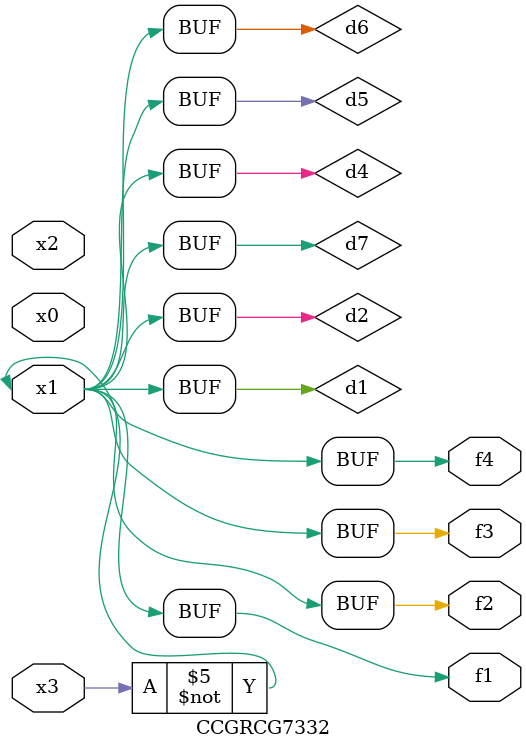
<source format=v>
module CCGRCG7332(
	input x0, x1, x2, x3,
	output f1, f2, f3, f4
);

	wire d1, d2, d3, d4, d5, d6, d7;

	not (d1, x3);
	buf (d2, x1);
	xnor (d3, d1, d2);
	nor (d4, d1);
	buf (d5, d1, d2);
	buf (d6, d4, d5);
	nand (d7, d4);
	assign f1 = d6;
	assign f2 = d7;
	assign f3 = d6;
	assign f4 = d6;
endmodule

</source>
